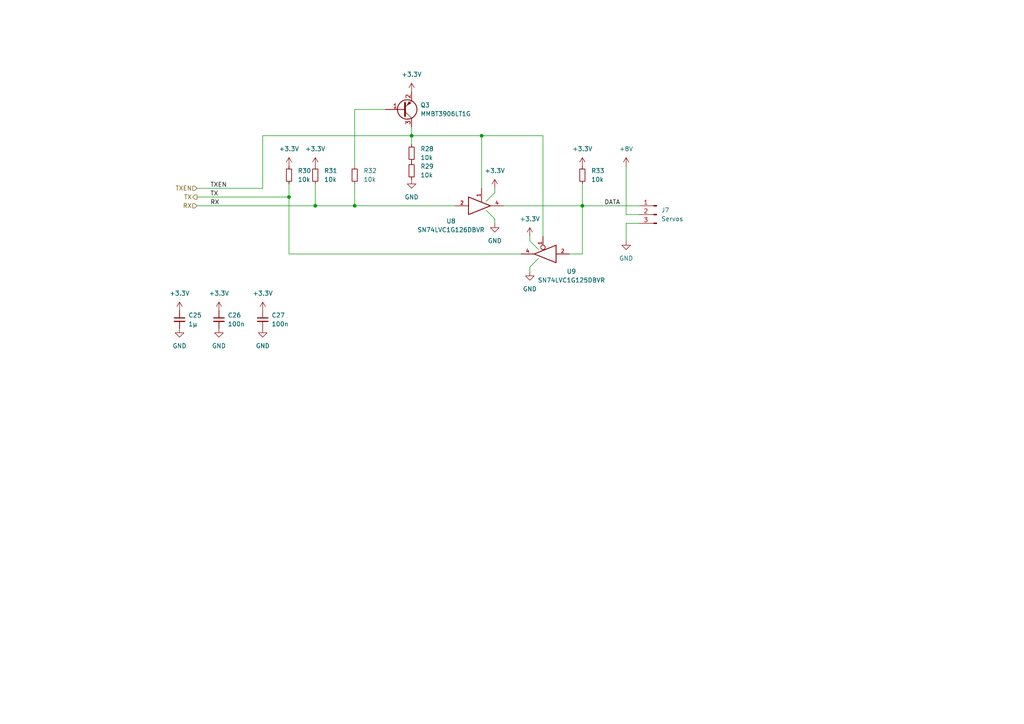
<source format=kicad_sch>
(kicad_sch (version 20250114) (generator "eeschema") (generator_version "9.0")
  (paper "A4")
  (lib_symbols
    (symbol "74xGxx:74AHC1G125" (pin_names (offset 1.016))
      (property "Reference" "U" (at -2.54 3.81 0))
      (property "Value" "74AHC1G125" (at 0 -3.81 0))
      (symbol "74AHC1G125_0_1"
        (polyline (pts (xy -3.81 2.54) (xy -3.81 -2.54) (xy 2.54 0) (xy -3.81 2.54)) (stroke (width 0.254)))
      )
      (symbol "74AHC1G125_1_1"
        (pin input line (at -7.62 0 0) (length 3.81) (name "~") (number "2"))
        (pin input inverted (at 0 5.08 270) (length 3.81) (name "~") (number "1"))
        (pin power_in line (at 1.27 1.27 90) (length 0) (hide yes) (name "VCC") (number "5"))
        (pin power_in line (at 1.27 -1.27 270) (length 0) (hide yes) (name "GND") (number "3"))
        (pin tri_state line (at 6.35 0 180) (length 3.81) (name "~") (number "4"))
      )
    )
    (symbol "74xGxx:74AHC1G126" (pin_names (offset 1.016))
      (property "Reference" "U" (at -2.54 3.81 0))
      (property "Value" "74AHC1G126" (at 0 -3.81 0))
      (symbol "74AHC1G126_0_1"
        (polyline (pts (xy -3.81 2.54) (xy -3.81 -2.54) (xy 2.54 0) (xy -3.81 2.54)) (stroke (width 0.254)))
      )
      (symbol "74AHC1G126_1_1"
        (pin input line (at -7.62 0 0) (length 3.81) (name "~") (number "2"))
        (pin input line (at 0 5.08 270) (length 3.937) (name "~") (number "1"))
        (pin power_in line (at 1.27 1.27 90) (length 0) (hide yes) (name "VCC") (number "5"))
        (pin power_in line (at 1.27 -1.27 270) (length 0) (hide yes) (name "GND") (number "3"))
        (pin tri_state line (at 6.35 0 180) (length 3.81) (name "~") (number "4"))
      )
    )
    (symbol "Connector:Conn_01x03_Male" (pin_names (offset 1.016) (hide yes))
      (property "Reference" "J" (at 0 5.08 0))
      (property "Value" "Conn_01x03_Male" (at 0 -5.08 0))
      (symbol "Conn_01x03_Male_1_1"
        (rectangle (start 0.8636 2.667) (end 0 2.413) (stroke (width 0.1524)) (fill (type outline)))
        (rectangle (start 0.8636 0.127) (end 0 -0.127) (stroke (width 0.1524)) (fill (type outline)))
        (rectangle (start 0.8636 -2.413) (end 0 -2.667) (stroke (width 0.1524)) (fill (type outline)))
        (polyline (pts (xy 1.27 2.54) (xy 0.8636 2.54)) (stroke (width 0.1524)))
        (polyline (pts (xy 1.27 0) (xy 0.8636 0)) (stroke (width 0.1524)))
        (polyline (pts (xy 1.27 -2.54) (xy 0.8636 -2.54)) (stroke (width 0.1524)))
        (pin passive line (at 5.08 2.54 180) (length 3.81) (name "Pin_1") (number "1"))
        (pin passive line (at 5.08 0 180) (length 3.81) (name "Pin_2") (number "2"))
        (pin passive line (at 5.08 -2.54 180) (length 3.81) (name "Pin_3") (number "3"))
      )
    )
    (symbol "Device:C_Small" (pin_numbers (hide yes)) (pin_names (offset 0.254) (hide yes))
      (property "Reference" "C" (at 0.254 1.778 0))
      (property "Value" "C_Small" (at 0.254 -2.032 0))
      (symbol "C_Small_0_1"
        (polyline (pts (xy -1.524 0.508) (xy 1.524 0.508)) (stroke (width 0.3048)))
        (polyline (pts (xy -1.524 -0.508) (xy 1.524 -0.508)) (stroke (width 0.3302)))
      )
      (symbol "C_Small_1_1"
        (pin passive line (at 0 2.54 270) (length 2.032) (name "~") (number "1"))
        (pin passive line (at 0 -2.54 90) (length 2.032) (name "~") (number "2"))
      )
    )
    (symbol "Device:Q_PNP_BEC" (pin_names (offset 0) (hide yes))
      (property "Reference" "Q" (at 5.08 1.27 0))
      (property "Value" "Q_PNP_BEC" (at 5.08 -1.27 0))
      (symbol "Q_PNP_BEC_0_1"
        (polyline (pts (xy 0.635 1.905) (xy 0.635 -1.905) (xy 0.635 -1.905)) (stroke (width 0.508)))
        (polyline (pts (xy 0.635 0.635) (xy 2.54 2.54)))
        (polyline (pts (xy 0.635 -0.635) (xy 2.54 -2.54) (xy 2.54 -2.54)))
        (circle (center 1.27 0) (radius 2.8194) (stroke (width 0.254)))
        (polyline (pts (xy 2.286 -1.778) (xy 1.778 -2.286) (xy 1.27 -1.27) (xy 2.286 -1.778) (xy 2.286 -1.778)) (fill (type outline)))
      )
      (symbol "Q_PNP_BEC_1_1"
        (pin input line (at -5.08 0 0) (length 5.715) (name "B") (number "1"))
        (pin passive line (at 2.54 5.08 270) (length 2.54) (name "C") (number "3"))
        (pin passive line (at 2.54 -5.08 90) (length 2.54) (name "E") (number "2"))
      )
    )
    (symbol "Device:R_Small" (pin_numbers (hide yes)) (pin_names (offset 0.254) (hide yes))
      (property "Reference" "R" (at 0.762 0.508 0))
      (property "Value" "R_Small" (at 0.762 -1.016 0))
      (symbol "R_Small_0_1"
        (rectangle (start -0.762 1.778) (end 0.762 -1.778) (stroke (width 0.2032)))
      )
      (symbol "R_Small_1_1"
        (pin passive line (at 0 2.54 270) (length 0.762) (name "~") (number "1"))
        (pin passive line (at 0 -2.54 90) (length 0.762) (name "~") (number "2"))
      )
    )
    (symbol "power:+3.3V" (power) (pin_names (offset 0))
      (property "Value" "+3.3V" (at 0 3.556 0))
      (symbol "+3.3V_0_1"
        (polyline (pts (xy -0.762 1.27) (xy 0 2.54)))
        (polyline (pts (xy 0 2.54) (xy 0.762 1.27)))
        (polyline (pts (xy 0 0) (xy 0 2.54)))
      )
      (symbol "+3.3V_1_1"
        (pin power_in line (at 0 0 90) (length 0) (hide yes) (name "+3.3V") (number "1"))
      )
    )
    (symbol "power:+8V" (power) (pin_numbers (hide yes)) (pin_names (offset 0) (hide yes))
      (property "Value" "+8V" (at 0 3.556 0))
      (symbol "+8V_0_1"
        (polyline (pts (xy -0.762 1.27) (xy 0 2.54)))
        (polyline (pts (xy 0 2.54) (xy 0.762 1.27)))
        (polyline (pts (xy 0 0) (xy 0 2.54)))
      )
      (symbol "+8V_1_1"
        (pin power_in line (at 0 0 90) (length 0) (name "~") (number "1"))
      )
    )
    (symbol "power:GND" (power) (pin_names (offset 0))
      (property "Value" "GND" (at 0 -3.81 0))
      (symbol "GND_0_1"
        (polyline (pts (xy 0 0) (xy 0 -1.27) (xy 1.27 -1.27) (xy 0 -2.54) (xy -1.27 -1.27) (xy 0 -1.27)))
      )
      (symbol "GND_1_1"
        (pin power_in line (at 0 0 270) (length 0) (hide yes) (name "GND") (number "1"))
      )
    )
  )
  (junction (at 91.44 59.69))
  (junction (at 168.91 59.69))
  (junction (at 83.82 57.15))
  (junction (at 119.38 39.37))
  (junction (at 102.87 59.69))
  (junction (at 139.7 39.37))
  (wire (pts (xy 185.42 62.23) (xy 181.61 62.23)))
  (wire (pts (xy 83.82 57.15) (xy 83.82 73.66)))
  (wire (pts (xy 102.87 31.75) (xy 102.87 48.26)))
  (wire (pts (xy 156.21 74.93) (xy 153.67 77.47)))
  (wire (pts (xy 143.51 64.77) (xy 143.51 63.5)))
  (wire (pts (xy 102.87 59.69) (xy 91.44 59.69)))
  (wire (pts (xy 57.15 54.61) (xy 76.2 54.61)))
  (wire (pts (xy 119.38 36.83) (xy 119.38 39.37)))
  (wire (pts (xy 185.42 64.77) (xy 181.61 64.77)))
  (wire (pts (xy 168.91 59.69) (xy 185.42 59.69)))
  (wire (pts (xy 156.21 72.39) (xy 153.67 69.85)))
  (wire (pts (xy 83.82 57.15) (xy 83.82 53.34)))
  (wire (pts (xy 181.61 62.23) (xy 181.61 48.26)))
  (wire (pts (xy 102.87 59.69) (xy 132.08 59.69)))
  (wire (pts (xy 153.67 68.58) (xy 153.67 69.85)))
  (wire (pts (xy 83.82 73.66) (xy 151.13 73.66)))
  (wire (pts (xy 76.2 39.37) (xy 119.38 39.37)))
  (wire (pts (xy 139.7 39.37) (xy 157.48 39.37)))
  (wire (pts (xy 119.38 39.37) (xy 119.38 41.91)))
  (wire (pts (xy 143.51 54.61) (xy 143.51 55.88)))
  (wire (pts (xy 140.97 60.96) (xy 143.51 63.5)))
  (wire (pts (xy 102.87 53.34) (xy 102.87 59.69)))
  (wire (pts (xy 168.91 73.66) (xy 165.1 73.66)))
  (wire (pts (xy 91.44 53.34) (xy 91.44 59.69)))
  (wire (pts (xy 57.15 57.15) (xy 83.82 57.15)))
  (wire (pts (xy 168.91 53.34) (xy 168.91 59.69)))
  (wire (pts (xy 168.91 59.69) (xy 168.91 73.66)))
  (wire (pts (xy 76.2 54.61) (xy 76.2 39.37)))
  (wire (pts (xy 181.61 64.77) (xy 181.61 69.85)))
  (wire (pts (xy 139.7 39.37) (xy 139.7 54.61)))
  (wire (pts (xy 157.48 39.37) (xy 157.48 68.58)))
  (wire (pts (xy 57.15 59.69) (xy 91.44 59.69)))
  (wire (pts (xy 146.05 59.69) (xy 168.91 59.69)))
  (wire (pts (xy 140.97 58.42) (xy 143.51 55.88)))
  (wire (pts (xy 153.67 78.74) (xy 153.67 77.47)))
  (wire (pts (xy 119.38 39.37) (xy 139.7 39.37)))
  (wire (pts (xy 111.76 31.75) (xy 102.87 31.75)))
  (label "TX" (at 60.96 57.15 0))
  (label "RX" (at 60.96 59.69 0))
  (label "TXEN" (at 60.96 54.61 0))
  (label "DATA" (at 175.26 59.69 0))
  (hierarchical_label "TXEN" (shape input) (at 57.15 54.61 180))
  (hierarchical_label "RX" (shape input) (at 57.15 59.69 180))
  (hierarchical_label "TX" (shape output) (at 57.15 57.15 180))
  (symbol (lib_id "power:GND") (at 119.38 52.07 0) (unit 1)
    (property "Reference" "#PWR0100" (effects (hide yes)))
    (property "Value" "GND" (at 119.38 57.15 0))
  )
  (symbol (lib_id "power:+3.3V") (at 153.67 68.58 0) (mirror y) (unit 1)
    (property "Reference" "#PWR0103" (effects (hide yes)))
    (property "Value" "+3.3V" (at 153.67 63.5 0))
  )
  (symbol (lib_id "Device:C_Small") (at 52.07 92.71 0) (unit 1)
    (property "Reference" "C25" (at 54.61 91.4462 0) (effects (justify left)))
    (property "Value" "1µ" (at 54.61 93.9862 0) (effects (justify left)))
    (property "Footprint" "Capacitor_SMD:C_0603_1608Metric" (effects (hide yes)))
    (property "Description" "Unpolarized capacitor, small symbol" (effects (hide yes)))
  )
  (symbol (lib_id "74xGxx:74AHC1G126") (at 139.7 59.69 0) (unit 1)
    (property "Reference" "U8" (at 130.81 64.135 0))
    (property "Value" "SN74LVC1G126DBVR" (at 130.81 66.675 0))
    (property "Footprint" "Package_TO_SOT_SMD:SOT-23-5_HandSoldering" (effects (hide yes)))
    (property "Datasheet" "http://www.ti.com/lit/sg/scyt129e/scyt129e.pdf" (effects (hide yes)))
  )
  (symbol (lib_id "power:+3.3V") (at 143.51 54.61 0) (unit 1)
    (property "Reference" "#PWR0101" (effects (hide yes)))
    (property "Value" "+3.3V" (at 143.51 49.53 0))
  )
  (symbol (lib_id "74xGxx:74AHC1G125") (at 157.48 73.66 0) (mirror y) (unit 1)
    (property "Reference" "U9" (at 165.735 78.74 0))
    (property "Value" "SN74LVC1G125DBVR" (at 165.735 81.28 0))
    (property "Footprint" "Package_TO_SOT_SMD:SOT-23-5_HandSoldering" (effects (hide yes)))
    (property "Datasheet" "http://www.ti.com/lit/sg/scyt129e/scyt129e.pdf" (effects (hide yes)))
  )
  (symbol (lib_id "Device:R_Small") (at 91.44 50.8 0) (unit 1)
    (property "Reference" "R31" (at 93.98 49.5299 0) (effects (justify left)))
    (property "Value" "10k" (at 93.98 52.0699 0) (effects (justify left)))
    (property "Footprint" "Resistor_SMD:R_0603_1608Metric" (effects (hide yes)))
  )
  (symbol (lib_id "Device:R_Small") (at 102.87 50.8 0) (unit 1)
    (property "Reference" "R32" (at 105.41 49.5299 0) (effects (justify left)))
    (property "Value" "10k" (at 105.41 52.0699 0) (effects (justify left)))
    (property "Footprint" "Resistor_SMD:R_0603_1608Metric" (effects (hide yes)))
  )
  (symbol (lib_id "Device:C_Small") (at 76.2 92.71 0) (unit 1)
    (property "Reference" "C27" (at 78.74 91.4462 0) (effects (justify left)))
    (property "Value" "100n" (at 78.74 93.9862 0) (effects (justify left)))
    (property "Footprint" "Capacitor_SMD:C_0603_1608Metric" (effects (hide yes)))
    (property "Description" "Unpolarized capacitor, small symbol" (effects (hide yes)))
  )
  (symbol (lib_id "power:+3.3V") (at 76.2 90.17 0) (unit 1)
    (property "Reference" "#PWR0108" (effects (hide yes)))
    (property "Value" "+3.3V" (at 76.2 85.09 0))
  )
  (symbol (lib_id "power:GND") (at 52.07 95.25 0) (unit 1)
    (property "Reference" "#PWR0109" (effects (hide yes)))
    (property "Value" "GND" (at 52.07 100.33 0))
  )
  (symbol (lib_id "Device:R_Small") (at 119.38 49.53 0) (unit 1)
    (property "Reference" "R29" (at 121.92 48.2599 0) (effects (justify left)))
    (property "Value" "10k" (at 121.92 50.7999 0) (effects (justify left)))
    (property "Footprint" "Resistor_SMD:R_0603_1608Metric" (effects (hide yes)))
  )
  (symbol (lib_id "power:GND") (at 143.51 64.77 0) (mirror y) (unit 1)
    (property "Reference" "#PWR0102" (effects (hide yes)))
    (property "Value" "GND" (at 143.51 69.85 0))
  )
  (symbol (lib_id "power:GND") (at 76.2 95.25 0) (unit 1)
    (property "Reference" "#PWR0111" (effects (hide yes)))
    (property "Value" "GND" (at 76.2 100.33 0))
  )
  (symbol (lib_id "Device:R_Small") (at 168.91 50.8 0) (unit 1)
    (property "Reference" "R33" (at 171.45 49.5299 0) (effects (justify left)))
    (property "Value" "10k" (at 171.45 52.0699 0) (effects (justify left)))
    (property "Footprint" "Resistor_SMD:R_0603_1608Metric" (effects (hide yes)))
  )
  (symbol (lib_id "Connector:Conn_01x03_Male") (at 190.5 62.23 0) (mirror y) (unit 1)
    (property "Reference" "J7" (at 191.77 60.9599 0) (effects (justify right)))
    (property "Value" "Servos" (at 191.77 63.4999 0) (effects (justify right)))
    (property "Footprint" "Connector_JST:JST_XH_B3B-XH-A_1x03_P2.50mm_Vertical" (effects (hide yes)))
  )
  (symbol (lib_id "power:+3.3V") (at 119.38 26.67 0) (unit 1)
    (property "Reference" "#PWR095" (effects (hide yes)))
    (property "Value" "+3.3V" (at 119.38 21.59 0))
  )
  (symbol (lib_id "power:GND") (at 63.5 95.25 0) (unit 1)
    (property "Reference" "#PWR0110" (effects (hide yes)))
    (property "Value" "GND" (at 63.5 100.33 0))
  )
  (symbol (lib_id "Device:Q_PNP_BEC") (at 116.84 31.75 0) (mirror x) (unit 1)
    (property "Reference" "Q3" (at 121.92 30.4799 0) (effects (justify left)))
    (property "Value" "MMBT3906LT1G" (at 121.92 33.0199 0) (effects (justify left)))
    (property "Footprint" "Package_TO_SOT_SMD:SOT-23" (effects (hide yes)))
    (property "Description" "PNP transistor, base/emitter/collector" (effects (hide yes)))
  )
  (symbol (lib_id "power:+3.3V") (at 63.5 90.17 0) (unit 1)
    (property "Reference" "#PWR0107" (effects (hide yes)))
    (property "Value" "+3.3V" (at 63.5 85.09 0))
  )
  (symbol (lib_id "power:GND") (at 181.61 69.85 0) (unit 1)
    (property "Reference" "#PWR0104" (effects (hide yes)))
    (property "Value" "GND" (at 181.61 74.93 0))
  )
  (symbol (lib_id "power:+8V") (at 181.61 48.26 0) (unit 1)
    (property "Reference" "#PWR099" (effects (hide yes)))
    (property "Value" "+8V" (at 181.61 43.18 0))
    (property "Description" "Power symbol creates a global label with name \"+8V\"" (effects (hide yes)))
  )
  (symbol (lib_id "power:+3.3V") (at 52.07 90.17 0) (unit 1)
    (property "Reference" "#PWR0106" (effects (hide yes)))
    (property "Value" "+3.3V" (at 52.07 85.09 0))
  )
  (symbol (lib_id "power:+3.3V") (at 168.91 48.26 0) (unit 1)
    (property "Reference" "#PWR098" (effects (hide yes)))
    (property "Value" "+3.3V" (at 168.91 43.18 0))
  )
  (symbol (lib_id "Device:C_Small") (at 63.5 92.71 0) (unit 1)
    (property "Reference" "C26" (at 66.04 91.4462 0) (effects (justify left)))
    (property "Value" "100n" (at 66.04 93.9862 0) (effects (justify left)))
    (property "Footprint" "Capacitor_SMD:C_0603_1608Metric" (effects (hide yes)))
    (property "Description" "Unpolarized capacitor, small symbol" (effects (hide yes)))
  )
  (symbol (lib_id "power:+3.3V") (at 91.44 48.26 0) (unit 1)
    (property "Reference" "#PWR097" (effects (hide yes)))
    (property "Value" "+3.3V" (at 91.44 43.18 0))
  )
  (symbol (lib_id "Device:R_Small") (at 119.38 44.45 0) (unit 1)
    (property "Reference" "R28" (at 121.92 43.1799 0) (effects (justify left)))
    (property "Value" "10k" (at 121.92 45.7199 0) (effects (justify left)))
    (property "Footprint" "Resistor_SMD:R_0603_1608Metric" (effects (hide yes)))
  )
  (symbol (lib_id "Device:R_Small") (at 83.82 50.8 0) (unit 1)
    (property "Reference" "R30" (at 86.36 49.5299 0) (effects (justify left)))
    (property "Value" "10k" (at 86.36 52.0699 0) (effects (justify left)))
    (property "Footprint" "Resistor_SMD:R_0603_1608Metric" (effects (hide yes)))
  )
  (symbol (lib_id "power:+3.3V") (at 83.82 48.26 0) (unit 1)
    (property "Reference" "#PWR096" (effects (hide yes)))
    (property "Value" "+3.3V" (at 83.82 43.18 0))
  )
  (symbol (lib_id "power:GND") (at 153.67 78.74 0) (unit 1)
    (property "Reference" "#PWR0105" (effects (hide yes)))
    (property "Value" "GND" (at 153.67 83.82 0))
  )
)
</source>
